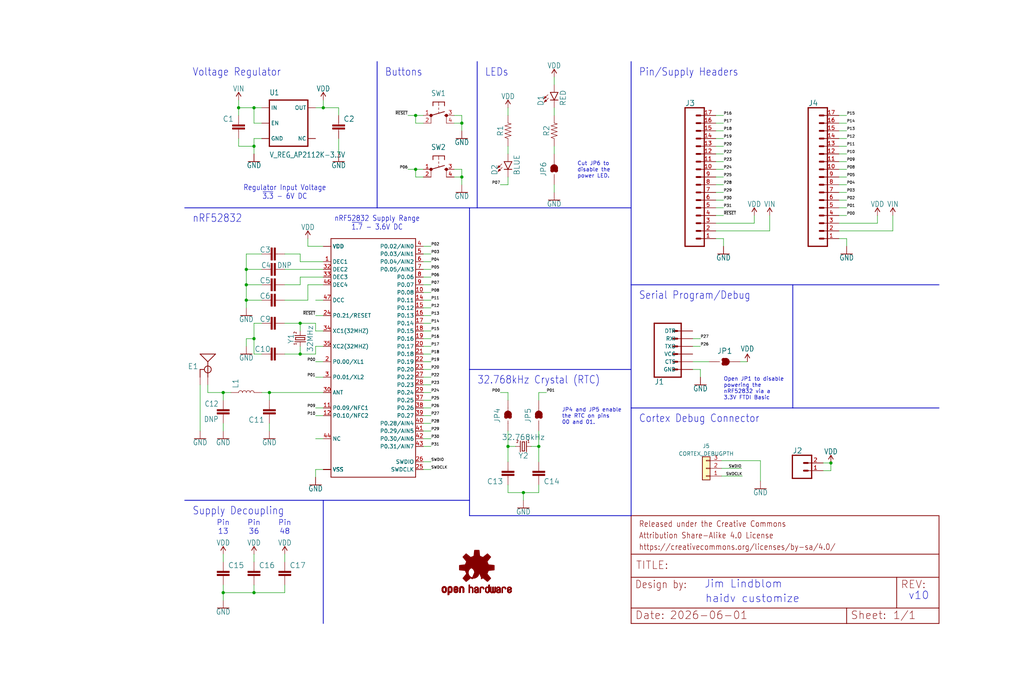
<source format=kicad_sch>
(kicad_sch (version 20230121) (generator eeschema)
  (paper "User" 337.922 227.305)
  (lib_symbols
    (symbol "Connector_Generic:Conn_01x03" (pin_names (offset 1.016) hide)
      (property "Reference" "J" (at 0 5.08 0))
      (property "Value" "Conn_01x03" (at 0 -5.08 0))
      (symbol "Conn_01x03_1_1"
        (pin passive line (at -5.08 2.54 0) (length 3.81) (name "Pin_1") (number "1"))
        (pin passive line (at -5.08 0 0) (length 3.81) (name "Pin_2") (number "2"))
        (pin passive line (at -5.08 -2.54 0) (length 3.81) (name "Pin_3") (number "3"))
      )
    )
    (symbol "sparkfun-nrf52832-breakout-eagle-import:0.1UF-0402-16V-10%"
      (property "Reference" "C" (at 1.524 2.921 0))
      (symbol "0.1UF-0402-16V-10%_1_0"
        (pin passive line (at 0 5.08 270) (length 2.54) (name "1") (number "1"))
        (pin passive line (at 0 -2.54 90) (length 2.54) (name "2") (number "2"))
      )
    )
    (symbol "sparkfun-nrf52832-breakout-eagle-import:0.8PF-0402-50V-0.1PF"
      (property "Reference" "C" (at 1.524 2.921 0))
      (symbol "0.8PF-0402-50V-0.1PF_1_0"
        (pin passive line (at 0 5.08 270) (length 2.54) (name "1") (number "1"))
        (pin passive line (at 0 -2.54 90) (length 2.54) (name "2") (number "2"))
      )
    )
    (symbol "sparkfun-nrf52832-breakout-eagle-import:1.0UF-0402-16V-10%"
      (property "Reference" "C" (at 1.524 2.921 0))
      (symbol "1.0UF-0402-16V-10%_1_0"
        (pin passive line (at 0 5.08 270) (length 2.54) (name "1") (number "1"))
        (pin passive line (at 0 -2.54 90) (length 2.54) (name "2") (number "2"))
      )
    )
    (symbol "sparkfun-nrf52832-breakout-eagle-import:1.0UF-0603-16V-10%"
      (property "Reference" "C" (at 1.524 2.921 0))
      (symbol "1.0UF-0603-16V-10%_1_0"
        (pin passive line (at 0 5.08 270) (length 2.54) (name "1") (number "1"))
        (pin passive line (at 0 -2.54 90) (length 2.54) (name "2") (number "2"))
      )
    )
    (symbol "sparkfun-nrf52832-breakout-eagle-import:100PF-0402-50V-5%"
      (property "Reference" "C" (at 1.524 2.921 0))
      (symbol "100PF-0402-50V-5%_1_0"
        (pin passive line (at 0 5.08 270) (length 2.54) (name "1") (number "1"))
        (pin passive line (at 0 -2.54 90) (length 2.54) (name "2") (number "2"))
      )
    )
    (symbol "sparkfun-nrf52832-breakout-eagle-import:15PF-0402-50V-5%"
      (property "Reference" "C" (at 1.524 2.921 0))
      (symbol "15PF-0402-50V-5%_1_0"
        (pin passive line (at 0 5.08 270) (length 2.54) (name "1") (number "1"))
        (pin passive line (at 0 -2.54 90) (length 2.54) (name "2") (number "2"))
      )
    )
    (symbol "sparkfun-nrf52832-breakout-eagle-import:1KOHM-0603-1/10W-1%"
      (property "Reference" "R" (at 0 1.524 0))
      (symbol "1KOHM-0603-1/10W-1%_1_0"
        (pin passive line (at -5.08 0 0) (length 2.54) (name "1") (number "1"))
        (pin passive line (at 5.08 0 180) (length 2.54) (name "2") (number "2"))
      )
    )
    (symbol "sparkfun-nrf52832-breakout-eagle-import:2.2UF-0603-10V-20%"
      (property "Reference" "C" (at 1.524 2.921 0))
      (symbol "2.2UF-0603-10V-20%_1_0"
        (pin passive line (at 0 5.08 270) (length 2.54) (name "1") (number "1"))
        (pin passive line (at 0 -2.54 90) (length 2.54) (name "2") (number "2"))
      )
    )
    (symbol "sparkfun-nrf52832-breakout-eagle-import:4.7UF0603"
      (property "Reference" "C" (at 1.524 2.921 0))
      (symbol "4.7UF0603_1_0"
        (pin passive line (at 0 5.08 270) (length 2.54) (name "1") (number "1"))
        (pin passive line (at 0 -2.54 90) (length 2.54) (name "2") (number "2"))
      )
    )
    (symbol "sparkfun-nrf52832-breakout-eagle-import:6PF-0402-50V-0.5%"
      (property "Reference" "C" (at 1.524 2.921 0))
      (symbol "6PF-0402-50V-0.5%_1_0"
        (pin passive line (at 0 5.08 270) (length 2.54) (name "1") (number "1"))
        (pin passive line (at 0 -2.54 90) (length 2.54) (name "2") (number "2"))
      )
    )
    (symbol "sparkfun-nrf52832-breakout-eagle-import:ANTENNA-GROUNDEDTRACE-15.2MM"
      (property "Reference" "E" (at 3.048 -5.08 0))
      (symbol "ANTENNA-GROUNDEDTRACE-15.2MM_1_0"
        (pin bidirectional line (at 0 -10.16 90) (length 2.54) (name "SIGNAL") (number "ANT"))
        (pin bidirectional line (at 2.54 -10.16 90) (length 2.54) (name "GND") (number "GND"))
      )
    )
    (symbol "sparkfun-nrf52832-breakout-eagle-import:ARDUINO_SERIAL_PROGRAMPTH"
      (property "Reference" "J" (at -7.62 10.668 0))
      (symbol "ARDUINO_SERIAL_PROGRAMPTH_1_0"
        (pin passive line (at 5.08 -5.08 180) (length 5.08) (name "DTR") (number "1"))
        (pin passive line (at 5.08 -2.54 180) (length 5.08) (name "RXI") (number "2"))
        (pin passive line (at 5.08 0 180) (length 5.08) (name "TXO") (number "3"))
        (pin passive line (at 5.08 2.54 180) (length 5.08) (name "VCC") (number "4"))
        (pin passive line (at 5.08 5.08 180) (length 5.08) (name "CTS") (number "5"))
        (pin passive line (at 5.08 7.62 180) (length 5.08) (name "GND") (number "6"))
      )
    )
    (symbol "sparkfun-nrf52832-breakout-eagle-import:CAP0402"
      (property "Reference" "C" (at 1.524 2.921 0))
      (symbol "CAP0402_1_0"
        (pin passive line (at 0 5.08 270) (length 2.54) (name "1") (number "1"))
        (pin passive line (at 0 -2.54 90) (length 2.54) (name "2") (number "2"))
      )
    )
    (symbol "sparkfun-nrf52832-breakout-eagle-import:CONN_02PTH"
      (property "Reference" "J" (at -2.54 5.588 0))
      (symbol "CONN_02PTH_1_0"
        (pin passive line (at 7.62 0 180) (length 5.08) (name "1") (number "1"))
        (pin passive line (at 7.62 2.54 180) (length 5.08) (name "2") (number "2"))
      )
    )
    (symbol "sparkfun-nrf52832-breakout-eagle-import:CONN_17"
      (property "Reference" "J" (at 0 23.368 0))
      (symbol "CONN_17_1_0"
        (pin passive line (at 10.16 -20.32 180) (length 5.08) (name "1") (number "1"))
        (pin passive line (at 10.16 2.54 180) (length 5.08) (name "10") (number "10"))
        (pin passive line (at 10.16 5.08 180) (length 5.08) (name "11") (number "11"))
        (pin passive line (at 10.16 7.62 180) (length 5.08) (name "12") (number "12"))
        (pin passive line (at 10.16 10.16 180) (length 5.08) (name "13") (number "13"))
        (pin passive line (at 10.16 12.7 180) (length 5.08) (name "14") (number "14"))
        (pin passive line (at 10.16 15.24 180) (length 5.08) (name "15") (number "15"))
        (pin passive line (at 10.16 17.78 180) (length 5.08) (name "16") (number "16"))
        (pin passive line (at 10.16 20.32 180) (length 5.08) (name "17") (number "17"))
        (pin passive line (at 10.16 -17.78 180) (length 5.08) (name "2") (number "2"))
        (pin passive line (at 10.16 -15.24 180) (length 5.08) (name "3") (number "3"))
        (pin passive line (at 10.16 -12.7 180) (length 5.08) (name "4") (number "4"))
        (pin passive line (at 10.16 -10.16 180) (length 5.08) (name "5") (number "5"))
        (pin passive line (at 10.16 -7.62 180) (length 5.08) (name "6") (number "6"))
        (pin passive line (at 10.16 -5.08 180) (length 5.08) (name "7") (number "7"))
        (pin passive line (at 10.16 -2.54 180) (length 5.08) (name "8") (number "8"))
        (pin passive line (at 10.16 0 180) (length 5.08) (name "9") (number "9"))
      )
    )
    (symbol "sparkfun-nrf52832-breakout-eagle-import:CRYSTAL-32.768KHZSMD-3.2X1.5"
      (property "Reference" "Y" (at 0 2.032 0))
      (symbol "CRYSTAL-32.768KHZSMD-3.2X1.5_1_0"
        (text "1" (at -2.159 -1.143 0) (effects (font (size 0.8636 0.734)) (justify left bottom)))
        (text "2" (at 1.524 -1.143 0) (effects (font (size 0.8636 0.734)) (justify left bottom)))
        (pin passive line (at -2.54 0 0) (length 0) (name "1") (number "P$1"))
        (pin passive line (at 2.54 0 180) (length 0) (name "2") (number "P$2"))
      )
    )
    (symbol "sparkfun-nrf52832-breakout-eagle-import:CRYSTAL-32MHZ-SMD-2.0X1.6MM"
      (property "Reference" "Y" (at 0 2.032 0))
      (symbol "CRYSTAL-32MHZ-SMD-2.0X1.6MM_1_0"
        (text "1" (at -2.159 -1.143 0) (effects (font (size 0.8636 0.734)) (justify left bottom)))
        (text "2" (at 1.524 -1.143 0) (effects (font (size 0.8636 0.734)) (justify left bottom)))
        (pin passive line (at -2.54 0 0) (length 0) (name "1") (number "1"))
        (pin passive line (at 2.54 0 180) (length 0) (name "2") (number "3"))
      )
    )
    (symbol "sparkfun-nrf52832-breakout-eagle-import:FRAME-LETTER"
      (symbol "FRAME-LETTER_2_0"
        (text "${#}/${##}" (at 86.36 1.27 0) (effects (font (size 2.54 2.54)) (justify left bottom)))
        (text "${CURRENT_DATE}" (at 12.7 1.27 0) (effects (font (size 2.54 2.54)) (justify left bottom)))
        (text "${PROJECTNAME}" (at 15.494 17.78 0) (effects (font (size 2.7432 2.7432)) (justify left bottom)))
        (text "Attribution Share-Alike 4.0 License" (at 2.54 27.94 0) (effects (font (size 1.9304 1.6408)) (justify left bottom)))
        (text "Date:" (at 1.27 1.27 0) (effects (font (size 2.54 2.54)) (justify left bottom)))
        (text "Design by:" (at 1.27 11.43 0) (effects (font (size 2.54 2.159)) (justify left bottom)))
        (text "https://creativecommons.org/licenses/by-sa/4.0/" (at 2.54 24.13 0) (effects (font (size 1.9304 1.6408)) (justify left bottom)))
        (text "Released under the Creative Commons" (at 2.54 31.75 0) (effects (font (size 1.9304 1.6408)) (justify left bottom)))
        (text "REV:" (at 88.9 11.43 0) (effects (font (size 2.54 2.54)) (justify left bottom)))
        (text "Sheet:" (at 72.39 1.27 0) (effects (font (size 2.54 2.54)) (justify left bottom)))
        (text "TITLE:" (at 1.524 17.78 0) (effects (font (size 2.54 2.54)) (justify left bottom)))
      )
    )
    (symbol "sparkfun-nrf52832-breakout-eagle-import:GND" (power)
      (property "Value" "GND" (at 0 -0.254 0))
      (symbol "GND_1_0"
        (pin power_in line (at 0 2.54 270) (length 2.54) (name "GND") (number "1"))
      )
    )
    (symbol "sparkfun-nrf52832-breakout-eagle-import:INDUCTOR-0402-3.9NH"
      (property "Reference" "L" (at 1.27 2.54 0))
      (symbol "INDUCTOR-0402-3.9NH_1_0"
        (pin passive line (at 0 5.08 270) (length 2.54) (name "1") (number "1"))
        (pin passive line (at 0 -5.08 90) (length 2.54) (name "2") (number "2"))
      )
    )
    (symbol "sparkfun-nrf52832-breakout-eagle-import:JUMPER-PAD-2-NC_BY_TRACE"
      (property "Reference" "JP" (at -2.54 2.54 0))
      (symbol "JUMPER-PAD-2-NC_BY_TRACE_1_0"
        (pin passive line (at -5.08 0 0) (length 2.54) (name "1") (number "1"))
        (pin passive line (at 5.08 0 180) (length 2.54) (name "2") (number "2"))
      )
    )
    (symbol "sparkfun-nrf52832-breakout-eagle-import:LED-BLUE0603"
      (property "Reference" "D" (at -3.429 -4.572 90))
      (symbol "LED-BLUE0603_1_0"
        (pin passive line (at 0 2.54 270) (length 2.54) (name "A") (number "A"))
        (pin passive line (at 0 -5.08 90) (length 2.54) (name "C") (number "C"))
      )
    )
    (symbol "sparkfun-nrf52832-breakout-eagle-import:LED-RED0603"
      (property "Reference" "D" (at -3.429 -4.572 90))
      (symbol "LED-RED0603_1_0"
        (pin passive line (at 0 2.54 270) (length 2.54) (name "A") (number "A"))
        (pin passive line (at 0 -5.08 90) (length 2.54) (name "C") (number "C"))
      )
    )
    (symbol "sparkfun-nrf52832-breakout-eagle-import:NRF52832"
      (symbol "NRF52832_1_0"
        (pin bidirectional line (at -17.78 30.48 0) (length 2.54) (name "DEC1") (number "1"))
        (pin bidirectional line (at 15.24 20.32 180) (length 2.54) (name "P0.08") (number "10"))
        (pin bidirectional line (at -17.78 -17.78 0) (length 2.54) (name "P0.09/NFC1") (number "11"))
        (pin bidirectional line (at -17.78 -20.32 0) (length 2.54) (name "P0.10/NFC2") (number "12"))
        (pin bidirectional line (at -17.78 35.56 0) (length 2.54) (name "VDD") (number "13"))
        (pin bidirectional line (at 15.24 17.78 180) (length 2.54) (name "P0.11") (number "14"))
        (pin bidirectional line (at 15.24 15.24 180) (length 2.54) (name "P0.12") (number "15"))
        (pin bidirectional line (at 15.24 12.7 180) (length 2.54) (name "P0.13") (number "16"))
        (pin bidirectional line (at 15.24 10.16 180) (length 2.54) (name "P0.14") (number "17"))
        (pin bidirectional line (at 15.24 7.62 180) (length 2.54) (name "P0.15") (number "18"))
        (pin bidirectional line (at 15.24 5.08 180) (length 2.54) (name "P0.16") (number "19"))
        (pin bidirectional line (at -17.78 -2.54 0) (length 2.54) (name "P0.00/XL1") (number "2"))
        (pin bidirectional line (at 15.24 2.54 180) (length 2.54) (name "P0.17") (number "20"))
        (pin bidirectional line (at 15.24 0 180) (length 2.54) (name "P0.18") (number "21"))
        (pin bidirectional line (at 15.24 -2.54 180) (length 2.54) (name "P0.19") (number "22"))
        (pin bidirectional line (at 15.24 -5.08 180) (length 2.54) (name "P0.20") (number "23"))
        (pin bidirectional line (at -17.78 12.7 0) (length 2.54) (name "P0.21/RESET") (number "24"))
        (pin bidirectional line (at 15.24 -38.1 180) (length 2.54) (name "SWDCLK") (number "25"))
        (pin bidirectional line (at 15.24 -35.56 180) (length 2.54) (name "SWDIO") (number "26"))
        (pin bidirectional line (at 15.24 -7.62 180) (length 2.54) (name "P0.22") (number "27"))
        (pin bidirectional line (at 15.24 -10.16 180) (length 2.54) (name "P0.23") (number "28"))
        (pin bidirectional line (at 15.24 -12.7 180) (length 2.54) (name "P0.24") (number "29"))
        (pin bidirectional line (at -17.78 -7.62 0) (length 2.54) (name "P0.01/XL2") (number "3"))
        (pin bidirectional line (at -17.78 -12.7 0) (length 2.54) (name "ANT") (number "30"))
        (pin bidirectional line (at -17.78 -38.1 0) (length 2.54) (name "VSS") (number "31"))
        (pin bidirectional line (at -17.78 27.94 0) (length 2.54) (name "DEC2") (number "32"))
        (pin bidirectional line (at -17.78 25.4 0) (length 2.54) (name "DEC3") (number "33"))
        (pin bidirectional line (at -17.78 7.62 0) (length 2.54) (name "XC1(32MHZ)") (number "34"))
        (pin bidirectional line (at -17.78 2.54 0) (length 2.54) (name "XC2(32MHZ)") (number "35"))
        (pin bidirectional line (at -17.78 35.56 0) (length 2.54) (name "VDD") (number "36"))
        (pin bidirectional line (at 15.24 -15.24 180) (length 2.54) (name "P0.25") (number "37"))
        (pin bidirectional line (at 15.24 -17.78 180) (length 2.54) (name "P0.26") (number "38"))
        (pin bidirectional line (at 15.24 -20.32 180) (length 2.54) (name "P0.27") (number "39"))
        (pin bidirectional line (at 15.24 35.56 180) (length 2.54) (name "P0.02/AIN0") (number "4"))
        (pin bidirectional line (at 15.24 -22.86 180) (length 2.54) (name "P0.28/AIN4") (number "40"))
        (pin bidirectional line (at 15.24 -25.4 180) (length 2.54) (name "P0.29/AIN5") (number "41"))
        (pin bidirectional line (at 15.24 -27.94 180) (length 2.54) (name "P0.30/AIN6") (number "42"))
        (pin bidirectional line (at 15.24 -30.48 180) (length 2.54) (name "P0.31/AIN7") (number "43"))
        (pin bidirectional line (at -17.78 -27.94 0) (length 2.54) (name "NC") (number "44"))
        (pin bidirectional line (at -17.78 -38.1 0) (length 2.54) (name "VSS") (number "45"))
        (pin bidirectional line (at -17.78 22.86 0) (length 2.54) (name "DEC4") (number "46"))
        (pin bidirectional line (at -17.78 17.78 0) (length 2.54) (name "DCC") (number "47"))
        (pin bidirectional line (at -17.78 35.56 0) (length 2.54) (name "VDD") (number "48"))
        (pin bidirectional line (at 15.24 33.02 180) (length 2.54) (name "P0.03/AIN1") (number "5"))
        (pin bidirectional line (at 15.24 30.48 180) (length 2.54) (name "P0.04/AIN2") (number "6"))
        (pin bidirectional line (at 15.24 27.94 180) (length 2.54) (name "P0.05/AIN3") (number "7"))
        (pin bidirectional line (at 15.24 25.4 180) (length 2.54) (name "P0.06") (number "8"))
        (pin bidirectional line (at 15.24 22.86 180) (length 2.54) (name "P0.07") (number "9"))
        (pin bidirectional line (at -17.78 -38.1 0) (length 2.54) (name "VSS") (number "EP"))
      )
    )
    (symbol "sparkfun-nrf52832-breakout-eagle-import:OSHW-LOGOMINI")
    (symbol "sparkfun-nrf52832-breakout-eagle-import:SWITCH_SPST_4_PINRECT"
      (property "Reference" "SW" (at -2.54 6.35 0))
      (symbol "SWITCH_SPST_4_PINRECT_1_0"
        (pin passive line (at -5.08 0 0) (length 2.54) (name "1") (number "1"))
        (pin passive line (at -5.08 -2.54 0) (length 2.54) (name "2") (number "2"))
        (pin passive line (at 5.08 0 180) (length 2.54) (name "3") (number "3"))
        (pin passive line (at 5.08 -2.54 180) (length 2.54) (name "4") (number "4"))
      )
    )
    (symbol "sparkfun-nrf52832-breakout-eagle-import:VDD" (power)
      (property "Value" "VDD" (at 0 2.794 0))
      (symbol "VDD_1_0"
        (pin power_in line (at 0 0 90) (length 2.54) (name "VDD") (number "1"))
      )
    )
    (symbol "sparkfun-nrf52832-breakout-eagle-import:VIN" (power)
      (property "Value" "VIN" (at 0 2.794 0))
      (symbol "VIN_1_0"
        (pin power_in line (at 0 0 90) (length 2.54) (name "VIN") (number "1"))
      )
    )
    (symbol "sparkfun-nrf52832-breakout-eagle-import:V_REG_AP2112K-3.3V"
      (property "Reference" "U" (at -7.62 9.144 0))
      (symbol "V_REG_AP2112K-3.3V_1_0"
        (pin input line (at -10.16 5.08 0) (length 2.54) (name "IN") (number "1"))
        (pin input line (at -10.16 -5.08 0) (length 2.54) (name "GND") (number "2"))
        (pin input line (at -10.16 0 0) (length 2.54) (name "EN") (number "3"))
        (pin input line (at 7.62 -5.08 180) (length 2.54) (name "NC") (number "4"))
        (pin passive line (at 7.62 5.08 180) (length 2.54) (name "OUT") (number "5"))
      )
    )
  )
  (junction (at 73.66 129.54))
  (junction (at 81.28 88.9))
  (junction (at 152.4 40.64))
  (junction (at 137.16 38.1))
  (junction (at 88.9 129.54))
  (junction (at 83.82 111.76))
  (junction (at 172.72 162.56))
  (junction (at 99.06 106.68))
  (junction (at 106.68 35.56))
  (junction (at 167.64 147.32))
  (junction (at 73.66 195.58))
  (junction (at 177.8 147.32))
  (junction (at 83.82 195.58))
  (junction (at 152.4 58.42))
  (junction (at 81.28 93.98))
  (junction (at 83.82 35.56))
  (junction (at 99.06 116.84))
  (junction (at 137.16 55.88))
  (junction (at 78.74 35.56))
  (junction (at 274.193 152.781))
  (junction (at 81.28 99.06))
  (junction (at 83.82 48.26))
  (wire (pts (xy 279.4 78.74) (xy 279.4 81.28)) (stroke (width 0.1524)))
  (wire (pts (xy 167.64 60.96) (xy 165.1 60.96)) (stroke (width 0.1524)))
  (wire (pts (xy 182.88 63.5) (xy 182.88 60.96)) (stroke (width 0.1524)))
  (wire (pts (xy 93.98 182.88) (xy 93.98 185.42)) (stroke (width 0.1524)))
  (wire (pts (xy 139.7 144.78) (xy 142.24 144.78)) (stroke (width 0.1524)))
  (wire (pts (xy 236.22 78.74) (xy 238.76 78.74)) (stroke (width 0.1524)))
  (wire (pts (xy 236.22 45.72) (xy 238.76 45.72)) (stroke (width 0.1524)))
  (wire (pts (xy 88.9 132.08) (xy 88.9 129.54)) (stroke (width 0.1524)))
  (wire (pts (xy 294.64 76.2) (xy 294.64 71.12)) (stroke (width 0.1524)))
  (wire (pts (xy 177.8 152.4) (xy 177.8 147.32)) (stroke (width 0.1524)))
  (wire (pts (xy 139.7 111.76) (xy 142.24 111.76)) (stroke (width 0.1524)))
  (polyline (pts (xy 309.88 134.62) (xy 261.62 134.62)) (stroke (width 0.254) (type solid)))
  (wire (pts (xy 106.68 35.56) (xy 106.68 33.02)) (stroke (width 0.1524)))
  (wire (pts (xy 86.36 45.72) (xy 83.82 45.72)) (stroke (width 0.1524)))
  (wire (pts (xy 83.82 40.64) (xy 83.82 35.56)) (stroke (width 0.1524)))
  (wire (pts (xy 279.4 71.12) (xy 276.86 71.12)) (stroke (width 0.1524)))
  (wire (pts (xy 137.16 38.1) (xy 139.7 38.1)) (stroke (width 0.1524)))
  (wire (pts (xy 139.7 58.42) (xy 137.16 58.42)) (stroke (width 0.1524)))
  (polyline (pts (xy 208.28 121.92) (xy 154.94 121.92)) (stroke (width 0.254) (type solid)))
  (wire (pts (xy 271.653 155.321) (xy 274.193 155.321)) (stroke (width 0.1524)))
  (wire (pts (xy 88.9 129.54) (xy 106.68 129.54)) (stroke (width 0.1524)))
  (wire (pts (xy 172.72 162.56) (xy 167.64 162.56)) (stroke (width 0.1524)))
  (wire (pts (xy 250.952 152.019) (xy 250.952 158.75)) (stroke (width 0.1524)))
  (wire (pts (xy 139.7 99.06) (xy 142.24 99.06)) (stroke (width 0.1524)))
  (wire (pts (xy 139.7 152.4) (xy 142.24 152.4)) (stroke (width 0.1524)))
  (wire (pts (xy 83.82 111.76) (xy 83.82 116.84)) (stroke (width 0.1524)))
  (wire (pts (xy 177.8 147.32) (xy 177.8 142.24)) (stroke (width 0.1524)))
  (wire (pts (xy 99.06 116.84) (xy 104.14 116.84)) (stroke (width 0.1524)))
  (wire (pts (xy 279.4 55.88) (xy 276.86 55.88)) (stroke (width 0.1524)))
  (wire (pts (xy 106.68 134.62) (xy 104.14 134.62)) (stroke (width 0.1524)))
  (polyline (pts (xy 124.46 68.58) (xy 124.46 20.32)) (stroke (width 0.254) (type solid)))
  (wire (pts (xy 139.7 106.68) (xy 142.24 106.68)) (stroke (width 0.1524)))
  (wire (pts (xy 152.4 40.64) (xy 152.4 43.18)) (stroke (width 0.1524)))
  (wire (pts (xy 81.28 83.82) (xy 81.28 88.9)) (stroke (width 0.1524)))
  (wire (pts (xy 86.36 106.68) (xy 83.82 106.68)) (stroke (width 0.1524)))
  (wire (pts (xy 167.64 129.54) (xy 165.1 129.54)) (stroke (width 0.1524)))
  (wire (pts (xy 93.98 106.68) (xy 99.06 106.68)) (stroke (width 0.1524)))
  (wire (pts (xy 99.06 83.82) (xy 99.06 86.36)) (stroke (width 0.1524)))
  (wire (pts (xy 276.86 66.04) (xy 279.4 66.04)) (stroke (width 0.1524)))
  (wire (pts (xy 139.7 139.7) (xy 142.24 139.7)) (stroke (width 0.1524)))
  (wire (pts (xy 279.4 48.26) (xy 276.86 48.26)) (stroke (width 0.1524)))
  (wire (pts (xy 106.68 81.28) (xy 101.6 81.28)) (stroke (width 0.1524)))
  (wire (pts (xy 139.7 93.98) (xy 142.24 93.98)) (stroke (width 0.1524)))
  (wire (pts (xy 106.68 88.9) (xy 93.98 88.9)) (stroke (width 0.1524)))
  (wire (pts (xy 236.22 63.5) (xy 238.76 63.5)) (stroke (width 0.1524)))
  (wire (pts (xy 274.193 152.781) (xy 274.193 155.321)) (stroke (width 0.1524)))
  (wire (pts (xy 106.68 104.14) (xy 104.14 104.14)) (stroke (width 0.1524)))
  (polyline (pts (xy 261.62 93.98) (xy 208.28 93.98)) (stroke (width 0.254) (type solid)))
  (wire (pts (xy 182.88 48.26) (xy 182.88 50.8)) (stroke (width 0.1524)))
  (polyline (pts (xy 309.88 93.98) (xy 261.62 93.98)) (stroke (width 0.254) (type solid)))
  (wire (pts (xy 106.68 114.3) (xy 104.14 114.3)) (stroke (width 0.1524)))
  (wire (pts (xy 137.16 55.88) (xy 139.7 55.88)) (stroke (width 0.1524)))
  (polyline (pts (xy 208.28 68.58) (xy 208.28 20.32)) (stroke (width 0.254) (type solid)))
  (wire (pts (xy 139.7 121.92) (xy 142.24 121.92)) (stroke (width 0.1524)))
  (wire (pts (xy 86.36 35.56) (xy 83.82 35.56)) (stroke (width 0.1524)))
  (wire (pts (xy 139.7 83.82) (xy 142.24 83.82)) (stroke (width 0.1524)))
  (wire (pts (xy 228.6 114.3) (xy 231.14 114.3)) (stroke (width 0.1524)))
  (wire (pts (xy 152.4 55.88) (xy 152.4 58.42)) (stroke (width 0.1524)))
  (wire (pts (xy 279.4 43.18) (xy 276.86 43.18)) (stroke (width 0.1524)))
  (wire (pts (xy 83.82 182.88) (xy 83.82 185.42)) (stroke (width 0.1524)))
  (wire (pts (xy 139.7 114.3) (xy 142.24 114.3)) (stroke (width 0.1524)))
  (wire (pts (xy 88.9 142.24) (xy 88.9 139.7)) (stroke (width 0.1524)))
  (wire (pts (xy 73.66 182.88) (xy 73.66 185.42)) (stroke (width 0.1524)))
  (wire (pts (xy 167.64 48.26) (xy 167.64 50.8)) (stroke (width 0.1524)))
  (wire (pts (xy 139.7 86.36) (xy 142.24 86.36)) (stroke (width 0.1524)))
  (wire (pts (xy 279.4 60.96) (xy 276.86 60.96)) (stroke (width 0.1524)))
  (wire (pts (xy 93.98 116.84) (xy 99.06 116.84)) (stroke (width 0.1524)))
  (wire (pts (xy 139.7 88.9) (xy 142.24 88.9)) (stroke (width 0.1524)))
  (wire (pts (xy 86.36 88.9) (xy 81.28 88.9)) (stroke (width 0.1524)))
  (polyline (pts (xy 154.94 121.92) (xy 154.94 165.1)) (stroke (width 0.254) (type solid)))
  (wire (pts (xy 236.22 76.2) (xy 254 76.2)) (stroke (width 0.1524)))
  (wire (pts (xy 236.22 40.64) (xy 238.76 40.64)) (stroke (width 0.1524)))
  (wire (pts (xy 254 76.2) (xy 254 71.12)) (stroke (width 0.1524)))
  (wire (pts (xy 289.56 73.66) (xy 276.86 73.66)) (stroke (width 0.1524)))
  (wire (pts (xy 271.653 152.781) (xy 274.193 152.781)) (stroke (width 0.1524)))
  (wire (pts (xy 101.6 93.98) (xy 101.6 99.06)) (stroke (width 0.1524)))
  (wire (pts (xy 238.125 154.559) (xy 244.729 154.559)) (stroke (width 0.1524)))
  (wire (pts (xy 104.14 154.94) (xy 104.14 157.48)) (stroke (width 0.1524)))
  (wire (pts (xy 81.28 88.9) (xy 81.28 93.98)) (stroke (width 0.1524)))
  (polyline (pts (xy 154.94 165.1) (xy 106.68 165.1)) (stroke (width 0.254) (type solid)))
  (wire (pts (xy 83.82 45.72) (xy 83.82 48.26)) (stroke (width 0.1524)))
  (polyline (pts (xy 261.62 134.62) (xy 261.62 93.98)) (stroke (width 0.254) (type solid)))
  (wire (pts (xy 78.74 48.26) (xy 83.82 48.26)) (stroke (width 0.1524)))
  (wire (pts (xy 139.7 119.38) (xy 142.24 119.38)) (stroke (width 0.1524)))
  (wire (pts (xy 139.7 154.94) (xy 142.24 154.94)) (stroke (width 0.1524)))
  (wire (pts (xy 177.8 162.56) (xy 172.72 162.56)) (stroke (width 0.1524)))
  (wire (pts (xy 101.6 99.06) (xy 93.98 99.06)) (stroke (width 0.1524)))
  (wire (pts (xy 83.82 195.58) (xy 93.98 195.58)) (stroke (width 0.1524)))
  (wire (pts (xy 167.64 152.4) (xy 167.64 147.32)) (stroke (width 0.1524)))
  (wire (pts (xy 279.4 53.34) (xy 276.86 53.34)) (stroke (width 0.1524)))
  (wire (pts (xy 177.8 147.32) (xy 175.26 147.32)) (stroke (width 0.1524)))
  (wire (pts (xy 99.06 116.84) (xy 99.06 114.3)) (stroke (width 0.1524)))
  (wire (pts (xy 139.7 91.44) (xy 142.24 91.44)) (stroke (width 0.1524)))
  (wire (pts (xy 152.4 38.1) (xy 152.4 40.64)) (stroke (width 0.1524)))
  (wire (pts (xy 83.82 48.26) (xy 83.82 50.8)) (stroke (width 0.1524)))
  (wire (pts (xy 177.8 132.08) (xy 177.8 129.54)) (stroke (width 0.1524)))
  (wire (pts (xy 139.7 132.08) (xy 142.24 132.08)) (stroke (width 0.1524)))
  (wire (pts (xy 139.7 96.52) (xy 142.24 96.52)) (stroke (width 0.1524)))
  (wire (pts (xy 139.7 40.64) (xy 137.16 40.64)) (stroke (width 0.1524)))
  (wire (pts (xy 86.36 129.54) (xy 88.9 129.54)) (stroke (width 0.1524)))
  (wire (pts (xy 111.76 50.8) (xy 111.76 45.72)) (stroke (width 0.1524)))
  (polyline (pts (xy 154.94 170.18) (xy 154.94 165.1)) (stroke (width 0.254) (type solid)))
  (wire (pts (xy 106.68 144.78) (xy 104.14 144.78)) (stroke (width 0.1524)))
  (wire (pts (xy 139.7 116.84) (xy 142.24 116.84)) (stroke (width 0.1524)))
  (wire (pts (xy 83.82 111.76) (xy 81.28 111.76)) (stroke (width 0.1524)))
  (wire (pts (xy 276.86 78.74) (xy 279.4 78.74)) (stroke (width 0.1524)))
  (wire (pts (xy 234.061 119.38) (xy 228.6 119.38)))
  (wire (pts (xy 137.16 55.88) (xy 134.62 55.88)) (stroke (width 0.1524)))
  (wire (pts (xy 99.06 106.68) (xy 99.06 109.22)) (stroke (width 0.1524)))
  (wire (pts (xy 238.125 152.019) (xy 250.952 152.019)) (stroke (width 0.1524)))
  (wire (pts (xy 248.92 73.66) (xy 248.92 71.12)) (stroke (width 0.1524)))
  (wire (pts (xy 99.06 86.36) (xy 106.68 86.36)) (stroke (width 0.1524)))
  (polyline (pts (xy 208.28 121.92) (xy 208.28 93.98)) (stroke (width 0.254) (type solid)))
  (wire (pts (xy 106.68 99.06) (xy 104.14 99.06)) (stroke (width 0.1524)))
  (wire (pts (xy 167.64 35.56) (xy 167.64 38.1)) (stroke (width 0.1524)))
  (wire (pts (xy 236.22 71.12) (xy 238.76 71.12)) (stroke (width 0.1524)))
  (polyline (pts (xy 157.48 20.32) (xy 157.48 68.58)) (stroke (width 0.254) (type solid)))
  (wire (pts (xy 104.14 114.3) (xy 104.14 116.84)) (stroke (width 0.1524)))
  (wire (pts (xy 73.66 129.54) (xy 68.58 129.54)) (stroke (width 0.1524)))
  (polyline (pts (xy 208.28 170.18) (xy 208.28 134.62)) (stroke (width 0.254) (type solid)))
  (wire (pts (xy 236.22 66.04) (xy 238.76 66.04)) (stroke (width 0.1524)))
  (wire (pts (xy 68.58 129.54) (xy 68.58 127)) (stroke (width 0.1524)))
  (wire (pts (xy 86.36 93.98) (xy 81.28 93.98)) (stroke (width 0.1524)))
  (wire (pts (xy 73.66 132.08) (xy 73.66 129.54)) (stroke (width 0.1524)))
  (polyline (pts (xy 124.46 68.58) (xy 60.96 68.58)) (stroke (width 0.254) (type solid)))
  (wire (pts (xy 279.4 40.64) (xy 276.86 40.64)) (stroke (width 0.1524)))
  (wire (pts (xy 182.88 27.94) (xy 182.88 25.4)) (stroke (width 0.1524)))
  (wire (pts (xy 172.72 165.1) (xy 172.72 162.56)) (stroke (width 0.1524)))
  (wire (pts (xy 276.86 76.2) (xy 294.64 76.2)) (stroke (width 0.1524)))
  (wire (pts (xy 106.68 137.16) (xy 104.14 137.16)) (stroke (width 0.1524)))
  (wire (pts (xy 228.6 121.92) (xy 231.14 121.92)) (stroke (width 0.1524)))
  (wire (pts (xy 289.56 73.66) (xy 289.56 71.12)) (stroke (width 0.1524)))
  (wire (pts (xy 137.16 38.1) (xy 134.62 38.1)) (stroke (width 0.1524)))
  (wire (pts (xy 139.7 81.28) (xy 142.24 81.28)) (stroke (width 0.1524)))
  (wire (pts (xy 137.16 40.64) (xy 137.16 38.1)) (stroke (width 0.1524)))
  (wire (pts (xy 231.14 121.92) (xy 231.14 124.46)) (stroke (width 0.1524)))
  (wire (pts (xy 106.68 35.56) (xy 111.76 35.56)) (stroke (width 0.1524)))
  (wire (pts (xy 106.68 154.94) (xy 104.14 154.94)) (stroke (width 0.1524)))
  (wire (pts (xy 276.86 63.5) (xy 279.4 63.5)) (stroke (width 0.1524)))
  (wire (pts (xy 76.2 129.54) (xy 73.66 129.54)) (stroke (width 0.1524)))
  (wire (pts (xy 78.74 35.56) (xy 78.74 38.1)) (stroke (width 0.1524)))
  (wire (pts (xy 236.22 55.88) (xy 238.76 55.88)) (stroke (width 0.1524)))
  (wire (pts (xy 149.86 58.42) (xy 152.4 58.42)) (stroke (width 0.1524)))
  (wire (pts (xy 83.82 35.56) (xy 78.74 35.56)) (stroke (width 0.1524)))
  (wire (pts (xy 167.64 147.32) (xy 170.18 147.32)) (stroke (width 0.1524)))
  (wire (pts (xy 279.4 58.42) (xy 276.86 58.42)) (stroke (width 0.1524)))
  (polyline (pts (xy 208.28 68.58) (xy 157.48 68.58)) (stroke (width 0.254) (type solid)))
  (wire (pts (xy 86.36 40.64) (xy 83.82 40.64)) (stroke (width 0.1524)))
  (wire (pts (xy 139.7 137.16) (xy 142.24 137.16)) (stroke (width 0.1524)))
  (wire (pts (xy 81.28 93.98) (xy 81.28 99.06)) (stroke (width 0.1524)))
  (wire (pts (xy 236.22 73.66) (xy 248.92 73.66)) (stroke (width 0.1524)))
  (wire (pts (xy 81.28 99.06) (xy 81.28 101.6)) (stroke (width 0.1524)))
  (wire (pts (xy 167.64 142.24) (xy 167.64 147.32)) (stroke (width 0.1524)))
  (wire (pts (xy 99.06 91.44) (xy 106.68 91.44)) (stroke (width 0.1524)))
  (polyline (pts (xy 208.28 170.18) (xy 154.94 170.18)) (stroke (width 0.254) (type solid)))
  (wire (pts (xy 279.4 38.1) (xy 276.86 38.1)) (stroke (width 0.1524)))
  (wire (pts (xy 177.8 160.02) (xy 177.8 162.56)) (stroke (width 0.1524)))
  (wire (pts (xy 167.64 162.56) (xy 167.64 160.02)) (stroke (width 0.1524)))
  (wire (pts (xy 104.14 109.22) (xy 104.14 106.68)) (stroke (width 0.1524)))
  (wire (pts (xy 139.7 142.24) (xy 142.24 142.24)) (stroke (width 0.1524)))
  (wire (pts (xy 149.86 55.88) (xy 152.4 55.88)) (stroke (width 0.1524)))
  (wire (pts (xy 86.36 83.82) (xy 81.28 83.82)) (stroke (width 0.1524)))
  (wire (pts (xy 228.6 111.76) (xy 231.14 111.76)) (stroke (width 0.1524)))
  (polyline (pts (xy 157.48 68.58) (xy 154.94 68.58)) (stroke (width 0.254) (type solid)))
  (wire (pts (xy 238.76 78.74) (xy 238.76 81.28)) (stroke (width 0.1524)))
  (wire (pts (xy 106.68 109.22) (xy 104.14 109.22)) (stroke (width 0.1524)))
  (wire (pts (xy 111.76 35.56) (xy 111.76 38.1)) (stroke (width 0.1524)))
  (wire (pts (xy 139.7 129.54) (xy 142.24 129.54)) (stroke (width 0.1524)))
  (wire (pts (xy 93.98 195.58) (xy 93.98 193.04)) (stroke (width 0.1524)))
  (wire (pts (xy 152.4 58.42) (xy 152.4 60.96)) (stroke (width 0.1524)))
  (wire (pts (xy 139.7 109.22) (xy 142.24 109.22)) (stroke (width 0.1524)))
  (wire (pts (xy 236.22 53.34) (xy 238.76 53.34)) (stroke (width 0.1524)))
  (polyline (pts (xy 154.94 68.58) (xy 124.46 68.58)) (stroke (width 0.254) (type solid)))
  (wire (pts (xy 86.36 116.84) (xy 83.82 116.84)) (stroke (width 0.1524)))
  (wire (pts (xy 78.74 45.72) (xy 78.74 48.26)) (stroke (width 0.1524)))
  (wire (pts (xy 139.7 124.46) (xy 142.24 124.46)) (stroke (width 0.1524)))
  (wire (pts (xy 139.7 101.6) (xy 142.24 101.6)) (stroke (width 0.1524)))
  (polyline (pts (xy 154.94 68.58) (xy 154.94 121.92)) (stroke (width 0.254) (type solid)))
  (wire (pts (xy 73.66 198.12) (xy 73.66 195.58)) (stroke (width 0.1524)))
  (wire (pts (xy 81.28 111.76) (xy 81.28 114.3)) (stroke (width 0.1524)))
  (wire (pts (xy 73.66 142.24) (xy 73.66 139.7)) (stroke (width 0.1524)))
  (wire (pts (xy 177.8 129.54) (xy 180.34 129.54)) (stroke (width 0.1524)))
  (wire (pts (xy 81.28 99.06) (xy 86.36 99.06)) (stroke (width 0.1524)))
  (wire (pts (xy 139.7 147.32) (xy 142.24 147.32)) (stroke (width 0.1524)))
  (wire (pts (xy 106.68 124.46) (xy 104.14 124.46)) (stroke (width 0.1524)))
  (wire (pts (xy 236.22 38.1) (xy 238.76 38.1)) (stroke (width 0.1524)))
  (wire (pts (xy 167.64 132.08) (xy 167.64 129.54)) (stroke (width 0.1524)))
  (wire (pts (xy 101.6 81.28) (xy 101.6 78.74)) (stroke (width 0.1524)))
  (wire (pts (xy 246.634 119.38) (xy 244.221 119.38)))
  (wire (pts (xy 238.125 157.099) (xy 244.983 157.099)) (stroke (width 0.1524)))
  (wire (pts (xy 78.74 35.56) (xy 78.74 33.02)) (stroke (width 0.1524)))
  (wire (pts (xy 236.22 48.26) (xy 238.76 48.26)) (stroke (width 0.1524)))
  (wire (pts (xy 99.06 93.98) (xy 99.06 91.44)) (stroke (width 0.1524)))
  (wire (pts (xy 104.14 35.56) (xy 106.68 35.56)) (stroke (width 0.1524)))
  (wire (pts (xy 93.98 93.98) (xy 99.06 93.98)) (stroke (width 0.1524)))
  (wire (pts (xy 83.82 193.04) (xy 83.82 195.58)) (stroke (width 0.1524)))
  (wire (pts (xy 279.4 50.8) (xy 276.86 50.8)) (stroke (width 0.1524)))
  (polyline (pts (xy 208.28 134.62) (xy 208.28 121.92)) (stroke (width 0.254) (type solid)))
  (wire (pts (xy 139.7 104.14) (xy 142.24 104.14)) (stroke (width 0.1524)))
  (wire (pts (xy 66.04 142.24) (xy 66.04 127)) (stroke (width 0.1524)))
  (wire (pts (xy 149.86 38.1) (xy 152.4 38.1)) (stroke (width 0.1524)))
  (polyline (pts (xy 106.68 165.1) (xy 60.96 165.1)) (stroke (width 0.254) (type solid)))
  (wire (pts (xy 149.86 40.64) (xy 152.4 40.64)) (stroke (width 0.1524)))
  (wire (pts (xy 83.82 106.68) (xy 83.82 111.76)) (stroke (width 0.1524)))
  (wire (pts (xy 236.22 50.8) (xy 238.76 50.8)) (stroke (width 0.1524)))
  (wire (pts (xy 236.22 60.96) (xy 238.76 60.96)) (stroke (width 0.1524)))
  (wire (pts (xy 182.88 38.1) (xy 182.88 35.56)) (stroke (width 0.1524)))
  (wire (pts (xy 279.4 45.72) (xy 276.86 45.72)) (stroke (width 0.1524)))
  (wire (pts (xy 106.68 93.98) (xy 101.6 93.98)) (stroke (width 0.1524)))
  (wire (pts (xy 73.66 195.58) (xy 83.82 195.58)) (stroke (width 0.1524)))
  (wire (pts (xy 73.66 195.58) (xy 73.66 193.04)) (stroke (width 0.1524)))
  (wire (pts (xy 106.68 119.38) (xy 104.14 119.38)) (stroke (width 0.1524)))
  (wire (pts (xy 236.22 68.58) (xy 238.76 68.58)) (stroke (width 0.1524)))
  (wire (pts (xy 139.7 127) (xy 142.24 127)) (stroke (width 0.1524)))
  (wire (pts (xy 279.4 68.58) (xy 276.86 68.58)) (stroke (width 0.1524)))
  (wire (pts (xy 236.22 43.18) (xy 238.76 43.18)) (stroke (width 0.1524)))
  (wire (pts (xy 236.22 58.42) (xy 238.76 58.42)) (stroke (width 0.1524)))
  (wire (pts (xy 99.06 106.68) (xy 104.14 106.68)) (stroke (width 0.1524)))
  (polyline (pts (xy 261.62 134.62) (xy 208.28 134.62)) (stroke (width 0.254) (type solid)))
  (wire (pts (xy 139.7 134.62) (xy 142.24 134.62)) (stroke (width 0.1524)))
  (polyline (pts (xy 208.28 93.98) (xy 208.28 68.58)) (stroke (width 0.254) (type solid)))
  (polyline (pts (xy 106.68 165.1) (xy 106.68 205.74)) (stroke (width 0.254) (type solid)))
  (wire (pts (xy 167.64 58.42) (xy 167.64 60.96)) (stroke (width 0.1524)))
  (wire (pts (xy 93.98 83.82) (xy 99.06 83.82)) (stroke (width 0.1524)))
  (wire (pts (xy 137.16 58.42) (xy 137.16 55.88)) (stroke (width 0.1524)))
  (text "Pin\n36" (at 83.82 176.53 0) (effects (font (size 1.778 1.778)) (justify bottom)))
  (text "nRF52832 Supply Range\n~{1.7} - 3.6V DC~{}" (at 124.46 73.66 0) (effects (font (size 1.778 1.5113))))
  (text "haidv customize" (at 232.664 199.136 0) (effects (font (size 2.54 2.54)) (justify left bottom)))
  (text "v10" (at 299.72 198.12 0) (effects (font (size 2.54 2.54)) (justify left bottom)))
  (text "32.768kHz Crystal (RTC)" (at 157.48 127 0) (effects (font (size 2.54 2.159)) (justify left bottom)))
  (text "Cortex Debug Connector" (at 210.82 139.7 0) (effects (font (size 2.54 2.159)) (justify left bottom)))
  (text "Pin\n13" (at 73.66 176.53 0) (effects (font (size 1.778 1.778)) (justify bottom)))
  (text "LEDs" (at 160.02 25.4 0) (effects (font (size 2.54 2.159)) (justify left bottom)))
  (text "Jim Lindblom" (at 232.41 194.31 0) (effects (font (size 2.54 2.54)) (justify left bottom)))
  (text "Pin\n48" (at 93.98 176.53 0) (effects (font (size 1.778 1.778)) (justify bottom)))
  (text "Open JP1 to disable\npowering the\nnRF52832 via a\n3.3V FTDI Basic" (at 238.76 124.46 0) (effects (font (size 1.27 1.27)) (justify left top)))
  (text "Serial Program/Debug" (at 210.82 99.06 0) (effects (font (size 2.54 2.159)) (justify left bottom)))
  (text "Supply Decoupling" (at 63.5 170.18 0) (effects (font (size 2.54 2.159)) (justify left bottom)))
  (text "Buttons" (at 127 25.4 0) (effects (font (size 2.54 2.159)) (justify left bottom)))
  (text "Pin/Supply Headers" (at 210.82 25.4 0) (effects (font (size 2.54 2.159)) (justify left bottom)))
  (text "JP4 and JP5 enable\nthe RTC on pins\n00 and 01." (at 185.42 134.62 0) (effects (font (size 1.27 1.27)) (justify left top)))
  (text "Cut JP6 to\ndisable the\npower LED." (at 190.5 53.34 0) (effects (font (size 1.27 1.27)) (justify left top)))
  (text "nRF52832" (at 63.5 73.66 0) (effects (font (size 2.54 2.159)) (justify left bottom)))
  (text "Voltage Regulator" (at 63.5 25.4 0) (effects (font (size 2.54 2.159)) (justify left bottom)))
  (text "Regulator Input Voltage\n~{3.3} - 6V DC~{}" (at 93.98 63.5 0) (effects (font (size 1.778 1.5113))))
  (label "P29" (at 142.24 142.24 0) (effects (font (size 0.889 0.889))))
  (label "P09" (at 104.14 134.62 180) (effects (font (size 0.889 0.889))))
  (label "P15" (at 279.4 38.1 0) (effects (font (size 0.889 0.889))))
  (label "P01" (at 180.34 129.54 0) (effects (font (size 0.889 0.889))))
  (label "P28" (at 142.24 139.7 0) (effects (font (size 0.889 0.889))))
  (label "P01" (at 279.4 68.58 0) (effects (font (size 0.889 0.889))))
  (label "SWDIO" (at 244.729 154.559 180) (effects (font (size 0.889 0.889))))
  (label "P00" (at 279.4 71.12 0) (effects (font (size 0.889 0.889))))
  (label "P30" (at 238.76 66.04 0) (effects (font (size 0.889 0.889))))
  (label "P01" (at 104.14 124.46 180) (effects (font (size 0.889 0.889))))
  (label "~{RESET}" (at 238.76 71.12 0) (effects (font (size 0.889 0.889))))
  (label "P18" (at 238.76 43.18 0) (effects (font (size 0.889 0.889))))
  (label "P00" (at 165.1 129.54 180) (effects (font (size 0.889 0.889))))
  (label "P25" (at 142.24 132.08 0) (effects (font (size 0.889 0.889))))
  (label "P16" (at 142.24 111.76 0) (effects (font (size 0.889 0.889))))
  (label "P24" (at 238.76 55.88 0) (effects (font (size 0.889 0.889))))
  (label "P14" (at 142.24 106.68 0) (effects (font (size 0.889 0.889))))
  (label "P31" (at 142.24 147.32 0) (effects (font (size 0.889 0.889))))
  (label "P27" (at 231.14 111.76 0) (effects (font (size 0.889 0.889))))
  (label "P08" (at 142.24 96.52 0) (effects (font (size 0.889 0.889))))
  (label "P14" (at 279.4 40.64 0) (effects (font (size 0.889 0.889))))
  (label "P19" (at 142.24 119.38 0) (effects (font (size 0.889 0.889))))
  (label "P19" (at 238.76 45.72 0) (effects (font (size 0.889 0.889))))
  (label "P05" (at 142.24 88.9 0) (effects (font (size 0.889 0.889))))
  (label "P28" (at 238.76 60.96 0) (effects (font (size 0.889 0.889))))
  (label "P16" (at 238.76 38.1 0) (effects (font (size 0.889 0.889))))
  (label "P31" (at 238.76 68.58 0) (effects (font (size 0.889 0.889))))
  (label "P13" (at 279.4 43.18 0) (effects (font (size 0.889 0.889))))
  (label "P06" (at 134.62 55.88 180) (effects (font (size 0.889 0.889))))
  (label "P02" (at 142.24 81.28 0) (effects (font (size 0.889 0.889))))
  (label "P25" (at 238.76 58.42 0) (effects (font (size 0.889 0.889))))
  (label "P05" (at 279.4 58.42 0) (effects (font (size 0.889 0.889))))
  (label "SWDCLK" (at 244.983 157.099 180) (effects (font (size 0.889 0.889))))
  (label "P17" (at 142.24 114.3 0) (effects (font (size 0.889 0.889))))
  (label "P03" (at 142.24 83.82 0) (effects (font (size 0.889 0.889))))
  (label "P15" (at 142.24 109.22 0) (effects (font (size 0.889 0.889))))
  (label "P27" (at 142.24 137.16 0) (effects (font (size 0.889 0.889))))
  (label "P07" (at 142.24 93.98 0) (effects (font (size 0.889 0.889))))
  (label "P04" (at 142.24 86.36 0) (effects (font (size 0.889 0.889))))
  (label "P18" (at 142.24 116.84 0) (effects (font (size 0.889 0.889))))
  (label "P10" (at 104.14 137.16 180) (effects (font (size 0.889 0.889))))
  (label "P23" (at 142.24 127 0) (effects (font (size 0.889 0.889))))
  (label "P24" (at 142.24 129.54 0) (effects (font (size 0.889 0.889))))
  (label "P02" (at 279.4 66.04 0) (effects (font (size 0.889 0.889))))
  (label "P09" (at 279.4 53.34 0) (effects (font (size 0.889 0.889))))
  (label "P04" (at 279.4 60.96 0) (effects (font (size 0.889 0.889))))
  (label "P30" (at 142.24 144.78 0) (effects (font (size 0.889 0.889))))
  (label "SWDCLK" (at 142.24 154.94 0) (effects (font (size 0.889 0.889))))
  (label "P23" (at 238.76 53.34 0) (effects (font (size 0.889 0.889))))
  (label "~{RESET}" (at 104.14 104.14 180) (effects (font (size 0.889 0.889))))
  (label "P20" (at 142.24 121.92 0) (effects (font (size 0.889 0.889))))
  (label "P06" (at 142.24 91.44 0) (effects (font (size 0.889 0.889))))
  (label "P07" (at 165.1 60.96 180) (effects (font (size 0.889 0.889))))
  (label "P11" (at 279.4 48.26 0) (effects (font (size 0.889 0.889))))
  (label "P29" (at 238.76 63.5 0) (effects (font (size 0.889 0.889))))
  (label "P08" (at 279.4 55.88 0) (effects (font (size 0.889 0.889))))
  (label "~{RESET}" (at 134.62 38.1 180) (effects (font (size 0.889 0.889))))
  (label "P03" (at 279.4 63.5 0) (effects (font (size 0.889 0.889))))
  (label "P22" (at 142.24 124.46 0) (effects (font (size 0.889 0.889))))
  (label "P13" (at 142.24 104.14 0) (effects (font (size 0.889 0.889))))
  (label "P00" (at 104.14 119.38 180) (effects (font (size 0.889 0.889))))
  (label "P20" (at 238.76 48.26 0) (effects (font (size 0.889 0.889))))
  (label "P10" (at 279.4 50.8 0) (effects (font (size 0.889 0.889))))
  (label "P22" (at 238.76 50.8 0) (effects (font (size 0.889 0.889))))
  (label "P26" (at 231.14 114.3 0) (effects (font (size 0.889 0.889))))
  (label "P12" (at 279.4 45.72 0) (effects (font (size 0.889 0.889))))
  (label "P26" (at 142.24 134.62 0) (effects (font (size 0.889 0.889))))
  (label "P11" (at 142.24 99.06 0) (effects (font (size 0.889 0.889))))
  (label "SWDIO" (at 142.24 152.4 0) (effects (font (size 0.889 0.889))))
  (label "P17" (at 238.76 40.64 0) (effects (font (size 0.889 0.889))))
  (label "P12" (at 142.24 101.6 0) (effects (font (size 0.889 0.889))))
  (symbol (lib_id "sparkfun-nrf52832-breakout-eagle-import:JUMPER-PAD-2-NC_BY_TRACE") (at 182.88 55.88 90) (unit 1)
    (property "Reference" "JP6" (at 180.34 58.42 0) (effects (font (size 1.778 1.778)) (justify left bottom)))
    (property "Value" "JUMPER-PAD-2-NC_BY_TRACE" (effects hide))
    (property "Footprint" "sparkfun-nrf52832-breakout:PAD-JUMPER-2-NC_BY_TRACE_YES_SILK" (effects hide))
  )
  (symbol (lib_id "sparkfun-nrf52832-breakout-eagle-import:0.1UF-0402-16V-10%") (at 73.66 190.5 0) (unit 1)
    (property "Reference" "C15" (at 75.184 187.579 0) (effects (font (size 1.778 1.778)) (justify left bottom)))
    (property "Value" "0.1UF-0402-16V-10%" (effects hide))
    (property "Footprint" "Capacitor_SMD:C_0402_1005Metric" (effects hide))
  )
  (symbol (lib_id "sparkfun-nrf52832-breakout-eagle-import:VDD") (at 248.92 71.12 0) (unit 1)
    (property "Reference" "#SUPPLY06" (effects hide))
    (property "Value" "VDD" (at 248.92 68.326 0) (effects (font (size 1.778 1.5113)) (justify bottom)))
  )
  (symbol (lib_id "Connector_Generic:Conn_01x03") (at 233.045 154.559 180) (unit 1)
    (property "Reference" "J5" (at 233.045 147.193 0))
    (property "Value" "CORTEX_DEBUGPTH" (at 233.045 149.733 0))
    (property "Footprint" "Connector_PinHeader_2.54mm:PinHeader_1x03_P2.54mm_Vertical" (effects hide))
  )
  (symbol (lib_id "sparkfun-nrf52832-breakout-eagle-import:1.0UF-0603-16V-10%") (at 78.74 43.18 0) (mirror y) (unit 1)
    (property "Reference" "C1" (at 77.216 40.259 0) (effects (font (size 1.778 1.778)) (justify left bottom)))
    (property "Value" "1.0UF-0603-16V-10%" (effects hide))
    (property "Footprint" "sparkfun-nrf52832-breakout:0603" (effects hide))
  )
  (symbol (lib_id "sparkfun-nrf52832-breakout-eagle-import:GND") (at 88.9 144.78 0) (unit 1)
    (property "Reference" "#GND016" (effects hide))
    (property "Value" "GND" (at 88.9 145.034 0) (effects (font (size 1.778 1.5113)) (justify top)))
  )
  (symbol (lib_id "sparkfun-nrf52832-breakout-eagle-import:CONN_02PTH") (at 264.033 155.321 0) (unit 1)
    (property "Reference" "J2" (at 261.493 149.733 0) (effects (font (size 1.778 1.778)) (justify left bottom)))
    (property "Value" "CONN_02PTH" (effects hide))
    (property "Footprint" "sparkfun-nrf52832-breakout:1X02" (effects hide))
  )
  (symbol (lib_id "sparkfun-nrf52832-breakout-eagle-import:GND") (at 152.4 63.5 0) (unit 1)
    (property "Reference" "#GND05" (effects hide))
    (property "Value" "GND" (at 152.4 63.754 0) (effects (font (size 1.778 1.5113)) (justify top)))
  )
  (symbol (lib_id "sparkfun-nrf52832-breakout-eagle-import:GND") (at 172.72 167.64 0) (unit 1)
    (property "Reference" "#GND018" (effects hide))
    (property "Value" "GND" (at 172.72 167.894 0) (effects (font (size 1.778 1.5113)) (justify top)))
  )
  (symbol (lib_id "sparkfun-nrf52832-breakout-eagle-import:2.2UF-0603-10V-20%") (at 111.76 43.18 0) (unit 1)
    (property "Reference" "C2" (at 113.284 40.259 0) (effects (font (size 1.778 1.778)) (justify left bottom)))
    (property "Value" "2.2UF-0603-10V-20%" (effects hide))
    (property "Footprint" "sparkfun-nrf52832-breakout:0603" (effects hide))
  )
  (symbol (lib_id "sparkfun-nrf52832-breakout-eagle-import:SWITCH_SPST_4_PINRECT") (at 144.78 38.1 0) (unit 1)
    (property "Reference" "SW1" (at 142.24 31.75 0) (effects (font (size 1.778 1.5113)) (justify left bottom)))
    (property "Value" "TACTILE_SWITCH_SMD_4_6X2_8MM" (effects hide))
    (property "Footprint" "sparkfun-nrf52832-breakout:TACTILE_SWITCH_SMD_4.6X2.8MM" (effects hide))
  )
  (symbol (lib_id "sparkfun-nrf52832-breakout-eagle-import:1.0UF-0402-16V-10%") (at 91.44 99.06 90) (mirror x) (unit 1)
    (property "Reference" "C6" (at 89.408 98.679 90) (effects (font (size 1.778 1.778)) (justify left bottom)))
    (property "Value" "1.0UF-0402-16V-10%" (effects hide))
    (property "Footprint" "Capacitor_SMD:C_0402_1005Metric" (effects hide))
  )
  (symbol (lib_id "sparkfun-nrf52832-breakout-eagle-import:LED-BLUE0603") (at 167.64 53.34 0) (unit 1)
    (property "Reference" "D2" (at 164.211 57.912 90) (effects (font (size 1.778 1.778)) (justify left bottom)))
    (property "Value" "BLUE" (at 169.545 57.912 90) (effects (font (size 1.778 1.778)) (justify left top)))
    (property "Footprint" "sparkfun-nrf52832-breakout:LED-0603" (effects hide))
  )
  (symbol (lib_id "sparkfun-nrf52832-breakout-eagle-import:6PF-0402-50V-0.5%") (at 91.44 106.68 90) (unit 1)
    (property "Reference" "C9" (at 89.408 106.299 90) (effects (font (size 1.778 1.778)) (justify left top)))
    (property "Value" "6PF-0402-50V-0.5%" (effects hide))
    (property "Footprint" "Capacitor_SMD:C_0402_1005Metric" (effects hide))
  )
  (symbol (lib_id "sparkfun-nrf52832-breakout-eagle-import:ANTENNA-GROUNDEDTRACE-15.2MM") (at 68.58 116.84 0) (mirror y) (unit 1)
    (property "Reference" "E1" (at 65.532 121.92 0) (effects (font (size 1.778 1.778)) (justify left bottom)))
    (property "Value" "ANTENNA-GROUNDEDTRACE-15.2MM" (effects hide))
    (property "Footprint" "sparkfun-nrf52832-breakout:TRACE_ANTENNA_2.4GHZ_15.2MM" (effects hide))
  )
  (symbol (lib_id "sparkfun-nrf52832-breakout-eagle-import:VDD") (at 182.88 25.4 0) (unit 1)
    (property "Reference" "#SUPPLY03" (effects hide))
    (property "Value" "VDD" (at 182.88 22.606 0) (effects (font (size 1.778 1.5113)) (justify bottom)))
  )
  (symbol (lib_id "sparkfun-nrf52832-breakout-eagle-import:0.1UF-0402-16V-10%") (at 83.82 190.5 0) (unit 1)
    (property "Reference" "C16" (at 85.344 187.579 0) (effects (font (size 1.778 1.778)) (justify left bottom)))
    (property "Value" "0.1UF-0402-16V-10%" (effects hide))
    (property "Footprint" "Capacitor_SMD:C_0402_1005Metric" (effects hide))
  )
  (symbol (lib_id "sparkfun-nrf52832-breakout-eagle-import:CAP0402") (at 73.66 137.16 0) (mirror y) (unit 1)
    (property "Reference" "C12" (at 72.136 134.239 0) (effects (font (size 1.778 1.5113)) (justify left bottom)))
    (property "Value" "DNP" (at 72.136 139.319 0) (effects (font (size 1.778 1.5113)) (justify left bottom)))
    (property "Footprint" "sparkfun-nrf52832-breakout:0402" (effects hide))
  )
  (symbol (lib_id "sparkfun-nrf52832-breakout-eagle-import:FRAME-LETTER") (at 208.28 205.74 0) (unit 2)
    (property "Reference" "FRAME1" (effects hide))
    (property "Value" "FRAME-LETTER" (effects hide))
    (property "Footprint" "sparkfun-nrf52832-breakout:CREATIVE_COMMONS" (effects hide))
  )
  (symbol (lib_id "sparkfun-nrf52832-breakout-eagle-import:VDD") (at 73.66 182.88 0) (unit 1)
    (property "Reference" "#SUPPLY011" (effects hide))
    (property "Value" "VDD" (at 73.66 180.086 0) (effects (font (size 1.778 1.5113)) (justify bottom)))
  )
  (symbol (lib_id "sparkfun-nrf52832-breakout-eagle-import:GND") (at 111.76 53.34 0) (unit 1)
    (property "Reference" "#GND03" (effects hide))
    (property "Value" "GND" (at 111.76 53.594 0) (effects (font (size 1.778 1.5113)) (justify top)))
  )
  (symbol (lib_id "sparkfun-nrf52832-breakout-eagle-import:VDD") (at 93.98 182.88 0) (unit 1)
    (property "Reference" "#SUPPLY013" (effects hide))
    (property "Value" "VDD" (at 93.98 180.086 0) (effects (font (size 1.778 1.5113)) (justify bottom)))
  )
  (symbol (lib_id "sparkfun-nrf52832-breakout-eagle-import:VIN") (at 254 71.12 0) (unit 1)
    (property "Reference" "#SUPPLY07" (effects hide))
    (property "Value" "VIN" (at 254 68.326 0) (effects (font (size 1.778 1.5113)) (justify bottom)))
  )
  (symbol (lib_id "sparkfun-nrf52832-breakout-eagle-import:GND") (at 73.66 144.78 0) (unit 1)
    (property "Reference" "#GND015" (effects hide))
    (property "Value" "GND" (at 73.66 145.034 0) (effects (font (size 1.778 1.5113)) (justify top)))
  )
  (symbol (lib_id "sparkfun-nrf52832-breakout-eagle-import:SWITCH_SPST_4_PINRECT") (at 144.78 55.88 0) (unit 1)
    (property "Reference" "SW2" (at 142.24 49.53 0) (effects (font (size 1.778 1.5113)) (justify left bottom)))
    (property "Value" "TACTILE_SWITCH_SMD_4_6X2_8MM" (effects hide))
    (property "Footprint" "sparkfun-nrf52832-breakout:TACTILE_SWITCH_SMD_4.6X2.8MM" (effects hide))
  )
  (symbol (lib_id "sparkfun-nrf52832-breakout-eagle-import:GND") (at 81.28 104.14 0) (unit 1)
    (property "Reference" "#GND08" (effects hide))
    (property "Value" "GND" (at 81.28 104.394 0) (effects (font (size 1.778 1.5113)) (justify top)))
  )
  (symbol (lib_id "sparkfun-nrf52832-breakout-eagle-import:JUMPER-PAD-2-NC_BY_TRACE") (at 239.141 119.38 0) (unit 1)
    (property "Reference" "JP1" (at 236.601 116.84 0) (effects (font (size 1.778 1.778)) (justify left bottom)))
    (property "Value" "JUMPER-PAD-2-NC_BY_TRACE" (effects hide))
    (property "Footprint" "sparkfun-nrf52832-breakout:PAD-JUMPER-2-NC_BY_TRACE_YES_SILK" (effects hide))
  )
  (symbol (lib_id "sparkfun-nrf52832-breakout-eagle-import:CRYSTAL-32.768KHZSMD-3.2X1.5") (at 172.72 147.32 180) (unit 1)
    (property "Reference" "Y2" (at 172.72 149.352 0) (effects (font (size 1.778 1.778)) (justify bottom)))
    (property "Value" "32.768kHz" (at 172.72 145.288 0) (effects (font (size 1.778 1.778)) (justify top)))
    (property "Footprint" "sparkfun-nrf52832-breakout:CRYSTAL-SMD-3.2X1.5MM" (effects hide))
  )
  (symbol (lib_id "sparkfun-nrf52832-breakout-eagle-import:VDD") (at 289.56 71.12 0) (unit 1)
    (property "Reference" "#SUPPLY08" (effects hide))
    (property "Value" "VDD" (at 289.56 68.326 0) (effects (font (size 1.778 1.5113)) (justify bottom)))
  )
  (symbol (lib_id "sparkfun-nrf52832-breakout-eagle-import:VDD") (at 246.634 119.38 0) (unit 1)
    (property "Reference" "#SUPPLY04" (effects hide))
    (property "Value" "VDD" (at 246.634 116.078 0) (effects (font (size 1.778 1.5113)) (justify bottom)))
  )
  (symbol (lib_id "sparkfun-nrf52832-breakout-eagle-import:LED-RED0603") (at 182.88 30.48 0) (unit 1)
    (property "Reference" "D1" (at 179.451 35.052 90) (effects (font (size 1.778 1.778)) (justify left bottom)))
    (property "Value" "RED" (at 184.785 35.052 90) (effects (font (size 1.778 1.778)) (justify left top)))
    (property "Footprint" "sparkfun-nrf52832-breakout:LED-0603" (effects hide))
  )
  (symbol (lib_id "sparkfun-nrf52832-breakout-eagle-import:OSHW-LOGOMINI") (at 157.353 187.325 0) (unit 1)
    (property "Reference" "LOGO1" (effects hide))
    (property "Value" "OSHW-LOGOMINI" (effects hide))
    (property "Footprint" "sparkfun-nrf52832-breakout:OSHW-LOGO-MINI" (effects hide))
  )
  (symbol (lib_id "sparkfun-nrf52832-breakout-eagle-import:0.8PF-0402-50V-0.1PF") (at 88.9 134.62 180) (unit 1)
    (property "Reference" "C11" (at 87.376 137.541 0) (effects (font (size 1.778 1.778)) (justify left bottom)))
    (property "Value" "0.8PF-0402-50V-0.1PF" (effects hide))
    (property "Footprint" "Capacitor_SMD:C_0402_1005Metric" (effects hide))
  )
  (symbol (lib_id "sparkfun-nrf52832-breakout-eagle-import:VDD") (at 167.64 35.56 0) (unit 1)
    (property "Reference" "#SUPPLY014" (effects hide))
    (property "Value" "VDD" (at 167.64 32.766 0) (effects (font (size 1.778 1.5113)) (justify bottom)))
  )
  (symbol (lib_id "sparkfun-nrf52832-breakout-eagle-import:GND") (at 238.76 83.82 0) (unit 1)
    (property "Reference" "#GND012" (effects hide))
    (property "Value" "GND" (at 238.76 84.074 0) (effects (font (size 1.778 1.5113)) (justify top)))
  )
  (symbol (lib_id "sparkfun-nrf52832-breakout-eagle-import:CAP0402") (at 91.44 88.9 90) (unit 1)
    (property "Reference" "C4" (at 89.408 88.519 90) (effects (font (size 1.778 1.5113)) (justify left top)))
    (property "Value" "DNP" (at 91.44 88.519 90) (effects (font (size 1.778 1.5113)) (justify right top)))
    (property "Footprint" "Capacitor_SMD:C_0402_1005Metric" (effects hide))
  )
  (symbol (lib_id "sparkfun-nrf52832-breakout-eagle-import:V_REG_AP2112K-3.3V") (at 96.52 40.64 0) (unit 1)
    (property "Reference" "U1" (at 88.9 31.496 0) (effects (font (size 1.778 1.5113)) (justify left bottom)))
    (property "Value" "V_REG_AP2112K-3.3V" (at 88.9 52.07 0) (effects (font (size 1.778 1.5113)) (justify left bottom)))
    (property "Footprint" "sparkfun-nrf52832-breakout:SOT23-5" (effects hide))
  )
  (symbol (lib_id "sparkfun-nrf52832-breakout-eagle-import:GND") (at 250.952 161.29 0) (unit 1)
    (property "Reference" "#GND019" (effects hide))
    (property "Value" "GND" (at 250.952 161.544 0) (effects (font (size 1.778 1.5113)) (justify top)))
  )
  (symbol (lib_id "sparkfun-nrf52832-breakout-eagle-import:1KOHM-0603-1/10W-1%") (at 167.64 43.18 90) (unit 1)
    (property "Reference" "R1" (at 166.116 43.18 0) (effects (font (size 1.778 1.778)) (justify bottom)))
    (property "Value" "1KOHM-0603-1/10W-1%" (effects hide))
    (property "Footprint" "sparkfun-nrf52832-breakout:0603" (effects hide))
  )
  (symbol (lib_id "sparkfun-nrf52832-breakout-eagle-import:VDD") (at 101.6 78.74 0) (unit 1)
    (property "Reference" "#SUPPLY05" (effects hide))
    (property "Value" "VDD" (at 101.6 75.946 0) (effects (font (size 1.778 1.5113)) (justify bottom)))
  )
  (symbol (lib_id "sparkfun-nrf52832-breakout-eagle-import:GND") (at 152.4 45.72 0) (unit 1)
    (property "Reference" "#GND01" (effects hide))
    (property "Value" "GND" (at 152.4 45.974 0) (effects (font (size 1.778 1.5113)) (justify top)))
  )
  (symbol (lib_id "sparkfun-nrf52832-breakout-eagle-import:GND") (at 231.14 127 0) (unit 1)
    (property "Reference" "#GND04" (effects hide))
    (property "Value" "GND" (at 231.14 127.254 0) (effects (font (size 1.778 1.5113)) (justify top)))
  )
  (symbol (lib_id "sparkfun-nrf52832-breakout-eagle-import:VIN") (at 294.64 71.12 0) (unit 1)
    (property "Reference" "#SUPPLY09" (effects hide))
    (property "Value" "VIN" (at 294.64 68.326 0) (effects (font (size 1.778 1.5113)) (justify bottom)))
  )
  (symbol (lib_id "sparkfun-nrf52832-breakout-eagle-import:CONN_17") (at 226.06 58.42 0) (unit 1)
    (property "Reference" "J3" (at 226.06 35.052 0) (effects (font (size 1.778 1.778)) (justify left bottom)))
    (property "Value" "CONN_17" (effects hide))
    (property "Footprint" "sparkfun-nrf52832-breakout:1X17" (effects hide))
  )
  (symbol (lib_id "sparkfun-nrf52832-breakout-eagle-import:INDUCTOR-0402-3.9NH") (at 81.28 129.54 90) (unit 1)
    (property "Reference" "L1" (at 78.74 128.27 0) (effects (font (size 1.778 1.778)) (justify left bottom)))
    (property "Value" "INDUCTOR-0402-3.9NH" (effects hide))
    (property "Footprint" "sparkfun-nrf52832-breakout:0402" (effects hide))
  )
  (symbol (lib_id "sparkfun-nrf52832-breakout-eagle-import:15PF-0402-50V-5%") (at 177.8 154.94 0) (mirror x) (unit 1)
    (property "Reference" "C14" (at 179.324 157.861 0) (effects (font (size 1.778 1.778)) (justify left bottom)))
    (property "Value" "15PF-0402-50V-5%" (effects hide))
    (property "Footprint" "Capacitor_SMD:C_0402_1005Metric" (effects hide))
  )
  (symbol (lib_id "sparkfun-nrf52832-breakout-eagle-import:GND") (at 66.04 144.78 0) (unit 1)
    (property "Reference" "#GND014" (effects hide))
    (property "Value" "GND" (at 66.04 145.034 0) (effects (font (size 1.778 1.5113)) (justify top)))
  )
  (symbol (lib_id "sparkfun-nrf52832-breakout-eagle-import:VDD") (at 106.68 33.02 0) (unit 1)
    (property "Reference" "#SUPPLY02" (effects hide))
    (property "Value" "VDD" (at 106.68 30.226 0) (effects (font (size 1.778 1.5113)) (justify bottom)))
  )
  (symbol (lib_id "sparkfun-nrf52832-breakout-eagle-import:1KOHM-0603-1/10W-1%") (at 182.88 43.18 90) (unit 1)
    (property "Reference" "R2" (at 181.356 43.18 0) (effects (font (size 1.778 1.778)) (justify bottom)))
    (property "Value" "1KOHM-0603-1/10W-1%" (effects hide))
    (property "Footprint" "sparkfun-nrf52832-breakout:0603" (effects hide))
  )
  (symbol (lib_id "sparkfun-nrf52832-breakout-eagle-import:0.1UF-0402-16V-10%") (at 91.44 83.82 90) (unit 1)
    (property "Reference" "C3" (at 89.408 83.439 90) (effects (font (size 1.778 1.778)) (justify left top)))
    (property "Value" "0.1UF-0402-16V-10%" (effects hide))
    (property "Footprint" "Capacitor_SMD:C_0402_1005Metric" (effects hide))
  )
  (symbol (lib_id "sparkfun-nrf52832-breakout-eagle-import:CONN_17") (at 266.7 58.42 0) (unit 1)
    (property "Reference" "J4" (at 266.7 35.052 0) (effects (font (size 1.778 1.778)) (justify left bottom)))
    (property "Value" "CONN_17" (effects hide))
    (property "Footprint" "sparkfun-nrf52832-breakout:1X17" (effects hide))
  )
  (symbol (lib_id "sparkfun-nrf52832-breakout-eagle-import:GND") (at 73.66 200.66 0) (unit 1)
    (property "Reference" "#GND020" (effects hide))
    (property "Value" "GND" (at 73.66 200.914 0) (effects (font (size 1.778 1.5113)) (justify top)))
  )
  (symbol (lib_id "sparkfun-nrf52832-breakout-eagle-import:6PF-0402-50V-0.5%") (at 88.9 116.84 270) (unit 1)
    (property "Reference" "C10" (at 89.408 116.205 90) (effects (font (size 1.778 1.778)) (justify right bottom)))
    (property "Value" "6PF-0402-50V-0.5%" (effects hide))
    (property "Footprint" "Capacitor_SMD:C_0402_1005Metric" (effects hide))
  )
  (symbol (lib_id "sparkfun-nrf52832-breakout-eagle-import:ARDUINO_SERIAL_PROGRAMPTH") (at 223.52 114.3 0) (mirror x) (unit 1)
    (property "Reference" "J1" (at 215.9 124.968 0) (effects (font (size 1.778 1.778)) (justify left bottom)))
    (property "Value" "ARDUINO_SERIAL_PROGRAMPTH" (effects hide))
    (property "Footprint" "sparkfun-nrf52832-breakout:1X06" (effects hide))
  )
  (symbol (lib_id "sparkfun-nrf52832-breakout-eagle-import:GND") (at 279.4 83.82 0) (unit 1)
    (property "Reference" "#GND013" (effects hide))
    (property "Value" "GND" (at 279.4 84.074 0) (effects (font (size 1.778 1.5113)) (justify top)))
  )
  (symbol (lib_id "sparkfun-nrf52832-breakout-eagle-import:NRF52832") (at 124.46 116.84 0) (unit 1)
    (property "Reference" "U2" (effects hide))
    (property "Value" "NRF52832" (effects hide))
    (property "Footprint" "sparkfun-nrf52832-breakout:QFN48-6X6MM" (effects hide))
  )
  (symbol (lib_id "sparkfun-nrf52832-breakout-eagle-import:JUMPER-PAD-2-NC_BY_TRACE") (at 167.64 137.16 90) (unit 1)
    (property "Reference" "JP4" (at 165.1 139.7 0) (effects (font (size 1.778 1.778)) (justify left bottom)))
    (property "Value" "JUMPER-PAD-2-NC_BY_TRACE" (effects hide))
    (property "Footprint" "sparkfun-nrf52832-breakout:PAD-JUMPER-2-NC_BY_TRACE_YES_SILK" (effects hide))
  )
  (symbol (lib_id "sparkfun-nrf52832-breakout-eagle-import:GND") (at 104.14 160.02 0) (unit 1)
    (property "Reference" "#GND017" (effects hide))
    (property "Value" "GND" (at 104.14 160.274 0) (effects (font (size 1.778 1.5113)) (justify top)))
  )
  (symbol (lib_id "sparkfun-nrf52832-breakout-eagle-import:CRYSTAL-32MHZ-SMD-2.0X1.6MM") (at 99.06 111.76 270) (mirror x) (unit 1)
    (property "Reference" "Y1" (at 97.028 111.76 0) (effects (font (size 1.778 1.778)) (justify top)))
    (property "Value" "32MHz" (at 101.346 111.76 0) (effects (font (size 1.778 1.778)) (justify bottom)))
    (property "Footprint" "sparkfun-nrf52832-breakout:CRYSTAL-SMD-2.0X1.6MM" (effects hide))
  )
  (symbol (lib_id "sparkfun-nrf52832-breakout-eagle-import:GND") (at 83.82 53.34 0) (unit 1)
    (property "Reference" "#GND02" (effects hide))
    (property "Value" "GND" (at 83.82 53.594 0) (effects (font (size 1.778 1.5113)) (justify top)))
  )
  (symbol (lib_id "sparkfun-nrf52832-breakout-eagle-import:100PF-0402-50V-5%") (at 91.44 93.98 90) (unit 1)
    (property "Reference" "C5" (at 89.408 93.599 90) (effects (font (size 1.778 1.778)) (justify left top)))
    (property "Value" "100PF-0402-50V-5%" (effects hide))
    (property "Footprint" "Capacitor_SMD:C_0402_1005Metric" (effects hide))
  )
  (symbol (lib_id "sparkfun-nrf52832-breakout-eagle-import:4.7UF0603") (at 93.98 190.5 0) (unit 1)
    (property "Reference" "C17" (at 95.504 187.579 0) (effects (font (size 1.778 1.778)) (justify left bottom)))
    (property "Value" "4.7UF0603" (effects hide))
    (property "Footprint" "Capacitor_SMD:C_0603_1608Metric" (effects hide))
  )
  (symbol (lib_id "sparkfun-nrf52832-breakout-eagle-import:VIN") (at 78.74 33.02 0) (unit 1)
    (property "Reference" "#SUPPLY01" (effects hide))
    (property "Value" "VIN" (at 78.74 30.226 0) (effects (font (size 1.778 1.5113)) (justify bottom)))
  )
  (symbol (lib_id "sparkfun-nrf52832-breakout-eagle-import:VDD") (at 83.82 182.88 0) (unit 1)
    (property "Reference" "#SUPPLY012" (effects hide))
    (property "Value" "VDD" (at 83.82 180.086 0) (effects (font (size 1.778 1.5113)) (justify bottom)))
  )
  (symbol (lib_id "sparkfun-nrf52832-breakout-eagle-import:VDD") (at 274.193 152.781 0) (unit 1)
    (property "Reference" "#SUPPLY010" (effects hide))
    (property "Value" "VDD" (at 274.193 149.987 0) (effects (font (size 1.778 1.5113)) (justify bottom)))
  )
  (symbol (lib_id "sparkfun-nrf52832-breakout-eagle-import:GND") (at 81.28 116.84 0) (unit 1)
    (property "Reference" "#GND011" (effects hide))
    (property "Value" "GND" (at 81.28 117.094 0) (effects (font (size 1.778 1.5113)) (justify top)))
  )
  (symbol (lib_id "sparkfun-nrf52832-breakout-eagle-import:15PF-0402-50V-5%") (at 167.64 154.94 180) (unit 1)
    (property "Reference" "C13" (at 166.116 157.861 0) (effects (font (size 1.778 1.778)) (justify left bottom)))
    (property "Value" "15PF-0402-50V-5%" (effects hide))
    (property "Footprint" "Capacitor_SMD:C_0402_1005Metric" (effects hide))
  )
  (symbol (lib_id "sparkfun-nrf52832-breakout-eagle-import:JUMPER-PAD-2-NC_BY_TRACE") (at 177.8 137.16 90) (unit 1)
    (property "Reference" "JP5" (at 175.26 139.7 0) (effects (font (size 1.778 1.778)) (justify left bottom)))
    (property "Value" "JUMPER-PAD-2-NC_BY_TRACE" (effects hide))
    (property "Footprint" "sparkfun-nrf52832-breakout:PAD-JUMPER-2-NC_BY_TRACE_YES_SILK" (effects hide))
  )
  (symbol (lib_id "sparkfun-nrf52832-breakout-eagle-import:GND") (at 182.88 66.04 0) (unit 1)
    (property "Reference" "#GND07" (effects hide))
    (property "Value" "GND" (at 182.88 66.294 0) (effects (font (size 1.778 1.5113)) (justify top)))
  )
)
</source>
